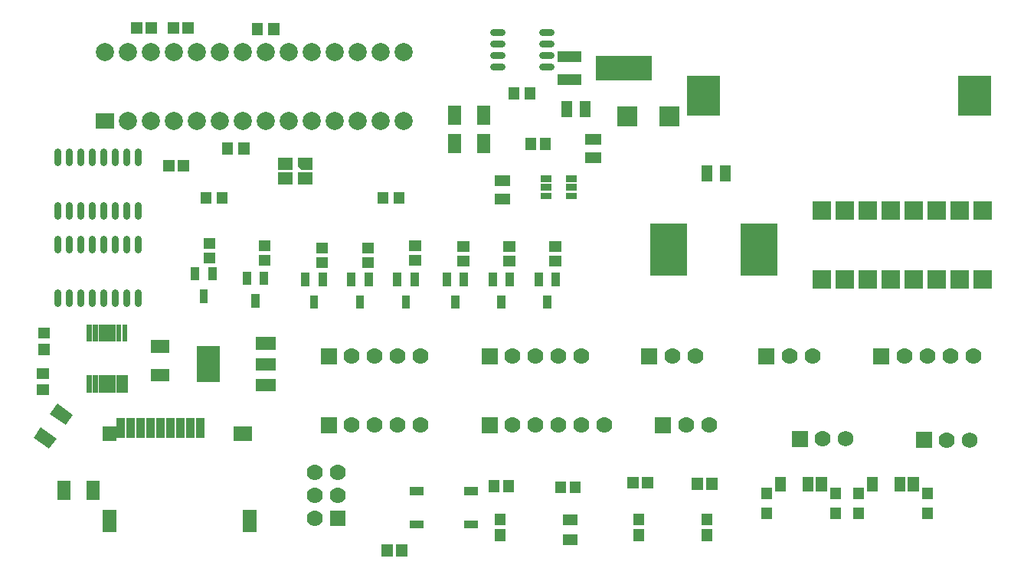
<source format=gts>
G04 Layer: TopSolderMaskLayer*
G04 EasyEDA v6.3.53, 2020-07-07T17:09:39+02:00*
G04 a5cadded52d348ca89a3f83f906f7d41,10*
G04 Gerber Generator version 0.2*
G04 Scale: 100 percent, Rotated: No, Reflected: No *
G04 Dimensions in millimeters *
G04 leading zeros omitted , absolute positions ,3 integer and 3 decimal *
%FSLAX33Y33*%
%MOMM*%
G90*
G71D02*

%ADD54C,0.803199*%
%ADD68C,2.003196*%
%ADD74C,1.778000*%
%ADD75R,1.778000X1.778000*%
%ADD76R,0.603199X1.903197*%
%ADD84C,1.727200*%

%LPD*%
G54D54*
G01X53473Y59944D02*
G01X52553Y59944D01*
G01X53473Y58674D02*
G01X52553Y58674D01*
G01X53473Y57404D02*
G01X52553Y57404D01*
G01X53473Y56134D02*
G01X52553Y56134D01*
G01X58952Y59944D02*
G01X58032Y59944D01*
G01X58952Y58674D02*
G01X58032Y58674D01*
G01X58952Y57404D02*
G01X58032Y57404D01*
G01X58952Y56134D02*
G01X58032Y56134D01*
G01X13335Y35899D02*
G01X13335Y37099D01*
G01X12065Y35899D02*
G01X12065Y37099D01*
G01X10795Y35899D02*
G01X10795Y37099D01*
G01X9525Y35899D02*
G01X9525Y37099D01*
G01X8255Y35899D02*
G01X8255Y37099D01*
G01X6985Y35899D02*
G01X6985Y37099D01*
G01X5715Y35899D02*
G01X5715Y37099D01*
G01X4445Y35899D02*
G01X4445Y37099D01*
G01X13335Y29956D02*
G01X13335Y31156D01*
G01X12065Y29956D02*
G01X12065Y31156D01*
G01X10795Y29956D02*
G01X10795Y31156D01*
G01X9525Y29956D02*
G01X9525Y31156D01*
G01X8255Y29956D02*
G01X8255Y31156D01*
G01X6985Y29956D02*
G01X6985Y31156D01*
G01X5715Y29956D02*
G01X5715Y31156D01*
G01X4445Y29956D02*
G01X4445Y31156D01*
G01X13335Y45551D02*
G01X13335Y46751D01*
G01X12065Y45551D02*
G01X12065Y46751D01*
G01X10795Y45551D02*
G01X10795Y46751D01*
G01X9525Y45551D02*
G01X9525Y46751D01*
G01X8255Y45551D02*
G01X8255Y46751D01*
G01X6985Y45551D02*
G01X6985Y46751D01*
G01X5715Y45551D02*
G01X5715Y46751D01*
G01X4445Y45551D02*
G01X4445Y46751D01*
G01X13335Y39608D02*
G01X13335Y40808D01*
G01X12065Y39608D02*
G01X12065Y40808D01*
G01X10795Y39608D02*
G01X10795Y40808D01*
G01X9525Y39608D02*
G01X9525Y40808D01*
G01X8255Y39608D02*
G01X8255Y40808D01*
G01X6985Y39608D02*
G01X6985Y40808D01*
G01X5715Y39608D02*
G01X5715Y40808D01*
G01X4445Y39608D02*
G01X4445Y40808D01*
G36*
G01X70921Y49570D02*
G01X70921Y51775D01*
G01X73124Y51775D01*
G01X73124Y49570D01*
G01X70921Y49570D01*
G37*
G36*
G01X66321Y49570D02*
G01X66321Y51775D01*
G01X68524Y51775D01*
G01X68524Y49570D01*
G01X66321Y49570D01*
G37*
G36*
G01X9423Y4658D02*
G01X9423Y7147D01*
G01X10896Y7147D01*
G01X10896Y4658D01*
G01X9423Y4658D01*
G37*
G36*
G01X24917Y4658D02*
G01X24917Y7147D01*
G01X26390Y7147D01*
G01X26390Y4658D01*
G01X24917Y4658D01*
G37*
G36*
G01X23901Y14754D02*
G01X23901Y16355D01*
G01X25882Y16355D01*
G01X25882Y14754D01*
G01X23901Y14754D01*
G37*
G36*
G01X9423Y14754D02*
G01X9423Y16355D01*
G01X10896Y16355D01*
G01X10896Y14754D01*
G01X9423Y14754D01*
G37*
G36*
G01X10955Y15092D02*
G01X10955Y17294D01*
G01X11859Y17294D01*
G01X11859Y15092D01*
G01X10955Y15092D01*
G37*
G36*
G01X12059Y15092D02*
G01X12059Y17294D01*
G01X12964Y17294D01*
G01X12964Y15092D01*
G01X12059Y15092D01*
G37*
G36*
G01X13157Y15092D02*
G01X13157Y17294D01*
G01X14061Y17294D01*
G01X14061Y15092D01*
G01X13157Y15092D01*
G37*
G36*
G01X14254Y15092D02*
G01X14254Y17294D01*
G01X15158Y17294D01*
G01X15158Y15092D01*
G01X14254Y15092D01*
G37*
G36*
G01X15351Y15092D02*
G01X15351Y17294D01*
G01X16256Y17294D01*
G01X16256Y15092D01*
G01X15351Y15092D01*
G37*
G36*
G01X16451Y15092D02*
G01X16451Y17294D01*
G01X17355Y17294D01*
G01X17355Y15092D01*
G01X16451Y15092D01*
G37*
G36*
G01X17551Y15092D02*
G01X17551Y17294D01*
G01X18453Y17294D01*
G01X18453Y15092D01*
G01X17551Y15092D01*
G37*
G36*
G01X18646Y15090D02*
G01X18646Y17294D01*
G01X19550Y17294D01*
G01X19550Y15090D01*
G01X18646Y15090D01*
G37*
G36*
G01X19745Y15092D02*
G01X19745Y17294D01*
G01X20650Y17294D01*
G01X20650Y15092D01*
G01X19745Y15092D01*
G37*
G36*
G01X75603Y3708D02*
G01X75603Y5003D01*
G01X76796Y5003D01*
G01X76796Y3708D01*
G01X75603Y3708D01*
G37*
G36*
G01X75603Y5410D02*
G01X75603Y6705D01*
G01X76796Y6705D01*
G01X76796Y5410D01*
G01X75603Y5410D01*
G37*
G36*
G01X52717Y42943D02*
G01X52717Y44147D01*
G01X54470Y44147D01*
G01X54470Y42943D01*
G01X52717Y42943D01*
G37*
G36*
G01X52717Y40942D02*
G01X52717Y42146D01*
G01X54470Y42146D01*
G01X54470Y40942D01*
G01X52717Y40942D01*
G37*
G36*
G01X75613Y43446D02*
G01X75613Y45199D01*
G01X76817Y45199D01*
G01X76817Y43446D01*
G01X75613Y43446D01*
G37*
G36*
G01X77614Y43446D02*
G01X77614Y45199D01*
G01X78818Y45199D01*
G01X78818Y43446D01*
G01X77614Y43446D01*
G37*
G36*
G01X50810Y49748D02*
G01X50810Y51851D01*
G01X52212Y51851D01*
G01X52212Y49748D01*
G01X50810Y49748D01*
G37*
G36*
G01X47609Y49748D02*
G01X47609Y51851D01*
G01X49011Y51851D01*
G01X49011Y49748D01*
G01X47609Y49748D01*
G37*
G36*
G01X47609Y46573D02*
G01X47609Y48676D01*
G01X49011Y48676D01*
G01X49011Y46573D01*
G01X47609Y46573D01*
G37*
G36*
G01X50810Y46573D02*
G01X50810Y48676D01*
G01X52212Y48676D01*
G01X52212Y46573D01*
G01X50810Y46573D01*
G37*
G36*
G01X62120Y50558D02*
G01X62120Y52311D01*
G01X63324Y52311D01*
G01X63324Y50558D01*
G01X62120Y50558D01*
G37*
G36*
G01X60119Y50558D02*
G01X60119Y52311D01*
G01X61323Y52311D01*
G01X61323Y50558D01*
G01X60119Y50558D01*
G37*
G36*
G01X60284Y3251D02*
G01X60284Y4455D01*
G01X61889Y4455D01*
G01X61889Y3251D01*
G01X60284Y3251D01*
G37*
G36*
G01X60284Y5450D02*
G01X60284Y6654D01*
G01X61889Y6654D01*
G01X61889Y5450D01*
G01X60284Y5450D01*
G37*
G36*
G01X68110Y3708D02*
G01X68110Y5003D01*
G01X69303Y5003D01*
G01X69303Y3708D01*
G01X68110Y3708D01*
G37*
G36*
G01X68110Y5410D02*
G01X68110Y6705D01*
G01X69303Y6705D01*
G01X69303Y5410D01*
G01X68110Y5410D01*
G37*
G36*
G01X28831Y43101D02*
G01X28831Y44452D01*
G01X30436Y44452D01*
G01X30436Y43101D01*
G01X28831Y43101D01*
G37*
G36*
G01X31452Y44701D02*
G01X31033Y45140D01*
G01X31033Y46052D01*
G01X32636Y46052D01*
G01X32636Y44701D01*
G01X31452Y44701D01*
G37*
G36*
G01X31033Y43101D02*
G01X31033Y44452D01*
G01X32636Y44452D01*
G01X32636Y43101D01*
G01X31033Y43101D01*
G37*
G36*
G01X28831Y44701D02*
G01X28831Y46052D01*
G01X30436Y46052D01*
G01X30436Y44701D01*
G01X28831Y44701D01*
G37*
G36*
G01X43365Y8765D02*
G01X43365Y9667D01*
G01X44869Y9667D01*
G01X44869Y8765D01*
G01X43365Y8765D01*
G37*
G36*
G01X49364Y8765D02*
G01X49364Y9667D01*
G01X50868Y9667D01*
G01X50868Y8765D01*
G01X49364Y8765D01*
G37*
G36*
G01X43365Y5064D02*
G01X43365Y5966D01*
G01X44869Y5966D01*
G01X44869Y5064D01*
G01X43365Y5064D01*
G37*
G36*
G01X49364Y5064D02*
G01X49364Y5966D01*
G01X50868Y5966D01*
G01X50868Y5064D01*
G01X49364Y5064D01*
G37*
G36*
G01X52743Y3708D02*
G01X52743Y5003D01*
G01X53936Y5003D01*
G01X53936Y3708D01*
G01X52743Y3708D01*
G37*
G36*
G01X52743Y5410D02*
G01X52743Y6705D01*
G01X53936Y6705D01*
G01X53936Y5410D01*
G01X52743Y5410D01*
G37*
G36*
G01X79910Y33088D02*
G01X79910Y38793D01*
G01X83964Y38793D01*
G01X83964Y33088D01*
G01X79910Y33088D01*
G37*
G36*
G01X69959Y33088D02*
G01X69959Y38793D01*
G01X74013Y38793D01*
G01X74013Y33088D01*
G01X69959Y33088D01*
G37*
G36*
G01X62750Y45514D02*
G01X62750Y46718D01*
G01X64503Y46718D01*
G01X64503Y45514D01*
G01X62750Y45514D01*
G37*
G36*
G01X62750Y47515D02*
G01X62750Y48719D01*
G01X64503Y48719D01*
G01X64503Y47515D01*
G01X62750Y47515D01*
G37*
G54D68*
G01X9652Y57785D03*
G01X12192Y57785D03*
G01X14732Y57785D03*
G01X17272Y57785D03*
G01X19812Y57785D03*
G01X22352Y57785D03*
G01X24892Y57785D03*
G01X27432Y57785D03*
G01X29972Y57785D03*
G01X32512Y57785D03*
G01X35052Y57785D03*
G01X37592Y57785D03*
G01X40132Y57785D03*
G01X42672Y57785D03*
G01X42672Y50165D03*
G01X40132Y50165D03*
G01X37592Y50165D03*
G01X35052Y50165D03*
G01X32512Y50165D03*
G01X29972Y50165D03*
G01X27432Y50165D03*
G01X24892Y50165D03*
G01X22352Y50165D03*
G01X19812Y50165D03*
G01X14732Y50165D03*
G01X17272Y50165D03*
G01X12192Y50165D03*
G36*
G01X8651Y49301D02*
G01X8651Y51028D01*
G01X10652Y51028D01*
G01X10652Y49301D01*
G01X8651Y49301D01*
G37*
G36*
G01X14696Y21320D02*
G01X14696Y22722D01*
G01X16799Y22722D01*
G01X16799Y21320D01*
G01X14696Y21320D01*
G37*
G36*
G01X14696Y24521D02*
G01X14696Y25923D01*
G01X16799Y25923D01*
G01X16799Y24521D01*
G01X14696Y24521D01*
G37*
G36*
G01X7630Y8219D02*
G01X7630Y10322D01*
G01X9032Y10322D01*
G01X9032Y8219D01*
G01X7630Y8219D01*
G37*
G36*
G01X4429Y8219D02*
G01X4429Y10322D01*
G01X5831Y10322D01*
G01X5831Y8219D01*
G01X4429Y8219D01*
G37*
G36*
G01X5313Y16515D02*
G01X3591Y17721D01*
G01X4396Y18872D01*
G01X6118Y17665D01*
G01X5313Y16515D01*
G37*
G36*
G01X3477Y13893D02*
G01X1755Y15100D01*
G01X2560Y16250D01*
G01X4282Y15044D01*
G01X3477Y13893D01*
G37*
G36*
G01X26786Y32019D02*
G01X26786Y33472D01*
G01X27691Y33472D01*
G01X27691Y32019D01*
G01X26786Y32019D01*
G37*
G36*
G01X24886Y32019D02*
G01X24886Y33472D01*
G01X25791Y33472D01*
G01X25791Y32019D01*
G01X24886Y32019D01*
G37*
G36*
G01X25836Y29519D02*
G01X25836Y30972D01*
G01X26741Y30972D01*
G01X26741Y29519D01*
G01X25836Y29519D01*
G37*
G36*
G01X33263Y31892D02*
G01X33263Y33345D01*
G01X34168Y33345D01*
G01X34168Y31892D01*
G01X33263Y31892D01*
G37*
G36*
G01X31363Y31892D02*
G01X31363Y33345D01*
G01X32268Y33345D01*
G01X32268Y31892D01*
G01X31363Y31892D01*
G37*
G36*
G01X32313Y29392D02*
G01X32313Y30845D01*
G01X33218Y30845D01*
G01X33218Y29392D01*
G01X32313Y29392D01*
G37*
G36*
G01X38343Y31892D02*
G01X38343Y33345D01*
G01X39248Y33345D01*
G01X39248Y31892D01*
G01X38343Y31892D01*
G37*
G36*
G01X36443Y31892D02*
G01X36443Y33345D01*
G01X37348Y33345D01*
G01X37348Y31892D01*
G01X36443Y31892D01*
G37*
G36*
G01X37393Y29392D02*
G01X37393Y30845D01*
G01X38298Y30845D01*
G01X38298Y29392D01*
G01X37393Y29392D01*
G37*
G36*
G01X43423Y31892D02*
G01X43423Y33345D01*
G01X44328Y33345D01*
G01X44328Y31892D01*
G01X43423Y31892D01*
G37*
G36*
G01X41523Y31892D02*
G01X41523Y33345D01*
G01X42428Y33345D01*
G01X42428Y31892D01*
G01X41523Y31892D01*
G37*
G36*
G01X42473Y29392D02*
G01X42473Y30845D01*
G01X43378Y30845D01*
G01X43378Y29392D01*
G01X42473Y29392D01*
G37*
G36*
G01X48884Y31892D02*
G01X48884Y33345D01*
G01X49789Y33345D01*
G01X49789Y31892D01*
G01X48884Y31892D01*
G37*
G36*
G01X46984Y31892D02*
G01X46984Y33345D01*
G01X47889Y33345D01*
G01X47889Y31892D01*
G01X46984Y31892D01*
G37*
G36*
G01X47934Y29392D02*
G01X47934Y30845D01*
G01X48839Y30845D01*
G01X48839Y29392D01*
G01X47934Y29392D01*
G37*
G36*
G01X53964Y31892D02*
G01X53964Y33345D01*
G01X54869Y33345D01*
G01X54869Y31892D01*
G01X53964Y31892D01*
G37*
G36*
G01X52064Y31892D02*
G01X52064Y33345D01*
G01X52969Y33345D01*
G01X52969Y31892D01*
G01X52064Y31892D01*
G37*
G36*
G01X53014Y29392D02*
G01X53014Y30845D01*
G01X53919Y30845D01*
G01X53919Y29392D01*
G01X53014Y29392D01*
G37*
G36*
G01X59044Y31892D02*
G01X59044Y33345D01*
G01X59949Y33345D01*
G01X59949Y31892D01*
G01X59044Y31892D01*
G37*
G36*
G01X57144Y31892D02*
G01X57144Y33345D01*
G01X58049Y33345D01*
G01X58049Y31892D01*
G01X57144Y31892D01*
G37*
G36*
G01X58094Y29392D02*
G01X58094Y30845D01*
G01X58999Y30845D01*
G01X58999Y29392D01*
G01X58094Y29392D01*
G37*
G36*
G01X21071Y32527D02*
G01X21071Y33980D01*
G01X21976Y33980D01*
G01X21976Y32527D01*
G01X21071Y32527D01*
G37*
G36*
G01X19171Y32527D02*
G01X19171Y33980D01*
G01X20076Y33980D01*
G01X20076Y32527D01*
G01X19171Y32527D01*
G37*
G36*
G01X20121Y30027D02*
G01X20121Y31480D01*
G01X21026Y31480D01*
G01X21026Y30027D01*
G01X20121Y30027D01*
G37*
G36*
G01X20215Y41003D02*
G01X20215Y42308D01*
G01X21419Y42308D01*
G01X21419Y41003D01*
G01X20215Y41003D01*
G37*
G36*
G01X22016Y41003D02*
G01X22016Y42308D01*
G01X23218Y42308D01*
G01X23218Y41003D01*
G01X22016Y41003D01*
G37*
G36*
G01X41572Y41003D02*
G01X41572Y42308D01*
G01X42776Y42308D01*
G01X42776Y41003D01*
G01X41572Y41003D01*
G37*
G36*
G01X39773Y41003D02*
G01X39773Y42308D01*
G01X40975Y42308D01*
G01X40975Y41003D01*
G01X39773Y41003D01*
G37*
G36*
G01X33002Y33903D02*
G01X33002Y35107D01*
G01X34307Y35107D01*
G01X34307Y33903D01*
G01X33002Y33903D01*
G37*
G36*
G01X33002Y35504D02*
G01X33002Y36708D01*
G01X34307Y36708D01*
G01X34307Y35504D01*
G01X33002Y35504D01*
G37*
G36*
G01X26652Y35758D02*
G01X26652Y36962D01*
G01X27957Y36962D01*
G01X27957Y35758D01*
G01X26652Y35758D01*
G37*
G36*
G01X26652Y34157D02*
G01X26652Y35361D01*
G01X27957Y35361D01*
G01X27957Y34157D01*
G01X26652Y34157D01*
G37*
G36*
G01X38082Y33903D02*
G01X38082Y35107D01*
G01X39387Y35107D01*
G01X39387Y33903D01*
G01X38082Y33903D01*
G37*
G36*
G01X38082Y35504D02*
G01X38082Y36708D01*
G01X39387Y36708D01*
G01X39387Y35504D01*
G01X38082Y35504D01*
G37*
G36*
G01X43289Y34157D02*
G01X43289Y35361D01*
G01X44594Y35361D01*
G01X44594Y34157D01*
G01X43289Y34157D01*
G37*
G36*
G01X43289Y35758D02*
G01X43289Y36962D01*
G01X44594Y36962D01*
G01X44594Y35758D01*
G01X43289Y35758D01*
G37*
G36*
G01X48623Y34030D02*
G01X48623Y35234D01*
G01X49928Y35234D01*
G01X49928Y34030D01*
G01X48623Y34030D01*
G37*
G36*
G01X48623Y35631D02*
G01X48623Y36835D01*
G01X49928Y36835D01*
G01X49928Y35631D01*
G01X48623Y35631D01*
G37*
G36*
G01X53703Y34030D02*
G01X53703Y35234D01*
G01X55008Y35234D01*
G01X55008Y34030D01*
G01X53703Y34030D01*
G37*
G36*
G01X53703Y35631D02*
G01X53703Y36835D01*
G01X55008Y36835D01*
G01X55008Y35631D01*
G01X53703Y35631D01*
G37*
G36*
G01X58783Y34030D02*
G01X58783Y35234D01*
G01X60088Y35234D01*
G01X60088Y34030D01*
G01X58783Y34030D01*
G37*
G36*
G01X58783Y35631D02*
G01X58783Y36835D01*
G01X60088Y36835D01*
G01X60088Y35631D01*
G01X58783Y35631D01*
G37*
G36*
G01X20556Y34411D02*
G01X20556Y35615D01*
G01X21861Y35615D01*
G01X21861Y34411D01*
G01X20556Y34411D01*
G37*
G36*
G01X20556Y36012D02*
G01X20556Y37216D01*
G01X21861Y37216D01*
G01X21861Y36012D01*
G01X20556Y36012D01*
G37*
G36*
G01X53665Y9126D02*
G01X53665Y10431D01*
G01X54869Y10431D01*
G01X54869Y9126D01*
G01X53665Y9126D01*
G37*
G36*
G01X52064Y9126D02*
G01X52064Y10431D01*
G01X53268Y10431D01*
G01X53268Y9126D01*
G01X52064Y9126D01*
G37*
G36*
G01X61031Y8999D02*
G01X61031Y10304D01*
G01X62235Y10304D01*
G01X62235Y8999D01*
G01X61031Y8999D01*
G37*
G36*
G01X59430Y8999D02*
G01X59430Y10304D01*
G01X60634Y10304D01*
G01X60634Y8999D01*
G01X59430Y8999D01*
G37*
G36*
G01X69032Y9507D02*
G01X69032Y10812D01*
G01X70236Y10812D01*
G01X70236Y9507D01*
G01X69032Y9507D01*
G37*
G36*
G01X67431Y9507D02*
G01X67431Y10812D01*
G01X68635Y10812D01*
G01X68635Y9507D01*
G01X67431Y9507D01*
G37*
G36*
G01X76144Y9380D02*
G01X76144Y10685D01*
G01X77348Y10685D01*
G01X77348Y9380D01*
G01X76144Y9380D01*
G37*
G36*
G01X74543Y9380D02*
G01X74543Y10685D01*
G01X75747Y10685D01*
G01X75747Y9380D01*
G01X74543Y9380D01*
G37*
G54D74*
G01X32893Y11303D03*
G01X35433Y11303D03*
G01X32893Y8763D03*
G01X35433Y8763D03*
G01X32893Y6223D03*
G54D75*
G01X35433Y6223D03*
G36*
G01X7655Y20124D02*
G01X7655Y22026D01*
G01X8257Y22026D01*
G01X8257Y20124D01*
G01X7655Y20124D01*
G37*
G36*
G01X8303Y20124D02*
G01X8303Y22026D01*
G01X8907Y22026D01*
G01X8907Y20124D01*
G01X8303Y20124D01*
G37*
G36*
G01X8953Y20124D02*
G01X8953Y22026D01*
G01X9558Y22026D01*
G01X9558Y20124D01*
G01X8953Y20124D01*
G37*
G36*
G01X9603Y20124D02*
G01X9603Y22026D01*
G01X10208Y22026D01*
G01X10208Y20124D01*
G01X9603Y20124D01*
G37*
G36*
G01X10253Y20124D02*
G01X10253Y22026D01*
G01X10858Y22026D01*
G01X10858Y20124D01*
G01X10253Y20124D01*
G37*
G36*
G01X10904Y20124D02*
G01X10904Y22026D01*
G01X11508Y22026D01*
G01X11508Y20124D01*
G01X10904Y20124D01*
G37*
G36*
G01X11554Y20124D02*
G01X11554Y22026D01*
G01X12156Y22026D01*
G01X12156Y20124D01*
G01X11554Y20124D01*
G37*
G54D76*
G01X11855Y26676D03*
G01X11205Y26676D03*
G36*
G01X10253Y25725D02*
G01X10253Y27627D01*
G01X10858Y27627D01*
G01X10858Y25725D01*
G01X10253Y25725D01*
G37*
G36*
G01X9603Y25725D02*
G01X9603Y27627D01*
G01X10208Y27627D01*
G01X10208Y25725D01*
G01X9603Y25725D01*
G37*
G36*
G01X8953Y25725D02*
G01X8953Y27627D01*
G01X9558Y27627D01*
G01X9558Y25725D01*
G01X8953Y25725D01*
G37*
G36*
G01X8303Y25725D02*
G01X8303Y27627D01*
G01X8907Y27627D01*
G01X8907Y25725D01*
G01X8303Y25725D01*
G37*
G36*
G01X7655Y25725D02*
G01X7655Y27627D01*
G01X8257Y27627D01*
G01X8257Y25725D01*
G01X7655Y25725D01*
G37*
G36*
G01X73964Y50756D02*
G01X73964Y55161D01*
G01X77668Y55161D01*
G01X77668Y50756D01*
G01X73964Y50756D01*
G37*
G36*
G01X103941Y50756D02*
G01X103941Y55161D01*
G01X107645Y55161D01*
G01X107645Y50756D01*
G01X103941Y50756D01*
G37*
G36*
G01X27729Y59672D02*
G01X27729Y60977D01*
G01X28933Y60977D01*
G01X28933Y59672D01*
G01X27729Y59672D01*
G37*
G36*
G01X25930Y59672D02*
G01X25930Y60977D01*
G01X27132Y60977D01*
G01X27132Y59672D01*
G01X25930Y59672D01*
G37*
G36*
G01X24427Y46464D02*
G01X24427Y47769D01*
G01X25631Y47769D01*
G01X25631Y46464D01*
G01X24427Y46464D01*
G37*
G36*
G01X22628Y46464D02*
G01X22628Y47769D01*
G01X23830Y47769D01*
G01X23830Y46464D01*
G01X22628Y46464D01*
G37*
G36*
G01X54251Y52560D02*
G01X54251Y53865D01*
G01X55455Y53865D01*
G01X55455Y52560D01*
G01X54251Y52560D01*
G37*
G36*
G01X56052Y52560D02*
G01X56052Y53865D01*
G01X57254Y53865D01*
G01X57254Y52560D01*
G01X56052Y52560D01*
G37*
G54D74*
G01X64897Y16510D03*
G01X62357Y16510D03*
G01X59817Y16510D03*
G01X57277Y16510D03*
G01X54737Y16510D03*
G36*
G01X51308Y15621D02*
G01X51308Y17399D01*
G01X53086Y17399D01*
G01X53086Y15621D01*
G01X51308Y15621D01*
G37*
G36*
G01X60614Y43373D02*
G01X60614Y44124D01*
G01X61818Y44124D01*
G01X61818Y43373D01*
G01X60614Y43373D01*
G37*
G36*
G01X60614Y42423D02*
G01X60614Y43174D01*
G01X61818Y43174D01*
G01X61818Y42423D01*
G01X60614Y42423D01*
G37*
G36*
G01X60614Y41473D02*
G01X60614Y42224D01*
G01X61818Y42224D01*
G01X61818Y41473D01*
G01X60614Y41473D01*
G37*
G36*
G01X57815Y41473D02*
G01X57815Y42224D01*
G01X59019Y42224D01*
G01X59019Y41473D01*
G01X57815Y41473D01*
G37*
G36*
G01X57815Y42423D02*
G01X57815Y43174D01*
G01X59019Y43174D01*
G01X59019Y42423D01*
G01X57815Y42423D01*
G37*
G36*
G01X57815Y43373D02*
G01X57815Y44124D01*
G01X59019Y44124D01*
G01X59019Y43373D01*
G01X57815Y43373D01*
G37*
G36*
G01X82212Y6154D02*
G01X82212Y7358D01*
G01X83416Y7358D01*
G01X83416Y6154D01*
G01X82212Y6154D01*
G37*
G36*
G01X89811Y6154D02*
G01X89811Y7358D01*
G01X91015Y7358D01*
G01X91015Y6154D01*
G01X89811Y6154D01*
G37*
G36*
G01X82212Y8356D02*
G01X82212Y9558D01*
G01X83416Y9558D01*
G01X83416Y8356D01*
G01X82212Y8356D01*
G37*
G36*
G01X89811Y8356D02*
G01X89811Y9558D01*
G01X91015Y9558D01*
G01X91015Y8356D01*
G01X89811Y8356D01*
G37*
G36*
G01X83761Y9204D02*
G01X83761Y10807D01*
G01X84965Y10807D01*
G01X84965Y9204D01*
G01X83761Y9204D01*
G37*
G36*
G01X86761Y9204D02*
G01X86761Y10807D01*
G01X87965Y10807D01*
G01X87965Y9204D01*
G01X86761Y9204D01*
G37*
G36*
G01X88262Y9204D02*
G01X88262Y10807D01*
G01X89466Y10807D01*
G01X89466Y9204D01*
G01X88262Y9204D01*
G37*
G36*
G01X92372Y6154D02*
G01X92372Y7358D01*
G01X93576Y7358D01*
G01X93576Y6154D01*
G01X92372Y6154D01*
G37*
G36*
G01X99971Y6154D02*
G01X99971Y7358D01*
G01X101175Y7358D01*
G01X101175Y6154D01*
G01X99971Y6154D01*
G37*
G36*
G01X92372Y8356D02*
G01X92372Y9558D01*
G01X93576Y9558D01*
G01X93576Y8356D01*
G01X92372Y8356D01*
G37*
G36*
G01X99971Y8356D02*
G01X99971Y9558D01*
G01X101175Y9558D01*
G01X101175Y8356D01*
G01X99971Y8356D01*
G37*
G36*
G01X93921Y9204D02*
G01X93921Y10807D01*
G01X95125Y10807D01*
G01X95125Y9204D01*
G01X93921Y9204D01*
G37*
G36*
G01X96921Y9204D02*
G01X96921Y10807D01*
G01X98125Y10807D01*
G01X98125Y9204D01*
G01X96921Y9204D01*
G37*
G36*
G01X98422Y9204D02*
G01X98422Y10807D01*
G01X99626Y10807D01*
G01X99626Y9204D01*
G01X98422Y9204D01*
G37*
G36*
G01X12567Y59799D02*
G01X12567Y61104D01*
G01X13771Y61104D01*
G01X13771Y59799D01*
G01X12567Y59799D01*
G37*
G36*
G01X14168Y59799D02*
G01X14168Y61104D01*
G01X15372Y61104D01*
G01X15372Y59799D01*
G01X14168Y59799D01*
G37*
G36*
G01X18232Y59799D02*
G01X18232Y61104D01*
G01X19436Y61104D01*
G01X19436Y59799D01*
G01X18232Y59799D01*
G37*
G36*
G01X16631Y59799D02*
G01X16631Y61104D01*
G01X17835Y61104D01*
G01X17835Y59799D01*
G01X16631Y59799D01*
G37*
G36*
G01X16123Y44559D02*
G01X16123Y45864D01*
G01X17327Y45864D01*
G01X17327Y44559D01*
G01X16123Y44559D01*
G37*
G36*
G01X17724Y44559D02*
G01X17724Y45864D01*
G01X18928Y45864D01*
G01X18928Y44559D01*
G01X17724Y44559D01*
G37*
G36*
G01X41854Y2014D02*
G01X41854Y3319D01*
G01X43058Y3319D01*
G01X43058Y2014D01*
G01X41854Y2014D01*
G37*
G36*
G01X40253Y2014D02*
G01X40253Y3319D01*
G01X41457Y3319D01*
G01X41457Y2014D01*
G01X40253Y2014D01*
G37*
G36*
G01X57729Y46972D02*
G01X57729Y48277D01*
G01X58933Y48277D01*
G01X58933Y46972D01*
G01X57729Y46972D01*
G37*
G36*
G01X56128Y46972D02*
G01X56128Y48277D01*
G01X57332Y48277D01*
G01X57332Y46972D01*
G01X56128Y46972D01*
G37*
G36*
G01X87899Y31638D02*
G01X87899Y33639D01*
G01X89900Y33639D01*
G01X89900Y31638D01*
G01X87899Y31638D01*
G37*
G36*
G01X90439Y31638D02*
G01X90439Y33639D01*
G01X92440Y33639D01*
G01X92440Y31638D01*
G01X90439Y31638D01*
G37*
G36*
G01X98059Y31638D02*
G01X98059Y33639D01*
G01X100060Y33639D01*
G01X100060Y31638D01*
G01X98059Y31638D01*
G37*
G36*
G01X100599Y31638D02*
G01X100599Y33639D01*
G01X102600Y33639D01*
G01X102600Y31638D01*
G01X100599Y31638D01*
G37*
G36*
G01X92979Y31638D02*
G01X92979Y33639D01*
G01X94980Y33639D01*
G01X94980Y31638D01*
G01X92979Y31638D01*
G37*
G36*
G01X95519Y31638D02*
G01X95519Y33639D01*
G01X97520Y33639D01*
G01X97520Y31638D01*
G01X95519Y31638D01*
G37*
G36*
G01X103139Y31638D02*
G01X103139Y33639D01*
G01X105140Y33639D01*
G01X105140Y31638D01*
G01X103139Y31638D01*
G37*
G36*
G01X105679Y31638D02*
G01X105679Y33639D01*
G01X107680Y33639D01*
G01X107680Y31638D01*
G01X105679Y31638D01*
G37*
G36*
G01X105679Y39258D02*
G01X105679Y41259D01*
G01X107680Y41259D01*
G01X107680Y39258D01*
G01X105679Y39258D01*
G37*
G36*
G01X103139Y39258D02*
G01X103139Y41259D01*
G01X105140Y41259D01*
G01X105140Y39258D01*
G01X103139Y39258D01*
G37*
G36*
G01X100599Y39258D02*
G01X100599Y41259D01*
G01X102600Y41259D01*
G01X102600Y39258D01*
G01X100599Y39258D01*
G37*
G36*
G01X98059Y39258D02*
G01X98059Y41259D01*
G01X100060Y41259D01*
G01X100060Y39258D01*
G01X98059Y39258D01*
G37*
G36*
G01X95519Y39258D02*
G01X95519Y41259D01*
G01X97520Y41259D01*
G01X97520Y39258D01*
G01X95519Y39258D01*
G37*
G36*
G01X92979Y39258D02*
G01X92979Y41259D01*
G01X94980Y41259D01*
G01X94980Y39258D01*
G01X92979Y39258D01*
G37*
G36*
G01X90439Y39258D02*
G01X90439Y41259D01*
G01X92440Y41259D01*
G01X92440Y39258D01*
G01X90439Y39258D01*
G37*
G36*
G01X87899Y39258D02*
G01X87899Y41259D01*
G01X89900Y41259D01*
G01X89900Y39258D01*
G01X87899Y39258D01*
G37*
G01X87884Y24130D03*
G01X85344Y24130D03*
G36*
G01X81915Y23241D02*
G01X81915Y25019D01*
G01X83693Y25019D01*
G01X83693Y23241D01*
G01X81915Y23241D01*
G37*
G01X74930Y24130D03*
G01X72390Y24130D03*
G36*
G01X68961Y23241D02*
G01X68961Y25019D01*
G01X70739Y25019D01*
G01X70739Y23241D01*
G01X68961Y23241D01*
G37*
G01X76454Y16510D03*
G01X73914Y16510D03*
G36*
G01X70485Y15621D02*
G01X70485Y17399D01*
G01X72263Y17399D01*
G01X72263Y15621D01*
G01X70485Y15621D01*
G37*
G01X105664Y24130D03*
G01X103124Y24130D03*
G01X100584Y24130D03*
G01X98044Y24130D03*
G36*
G01X94615Y23241D02*
G01X94615Y25019D01*
G01X96393Y25019D01*
G01X96393Y23241D01*
G01X94615Y23241D01*
G37*
G01X62357Y24130D03*
G01X59817Y24130D03*
G01X57277Y24130D03*
G01X54737Y24130D03*
G36*
G01X51308Y23241D02*
G01X51308Y25019D01*
G01X53086Y25019D01*
G01X53086Y23241D01*
G01X51308Y23241D01*
G37*
G01X44577Y16510D03*
G01X42037Y16510D03*
G01X39497Y16510D03*
G01X36957Y16510D03*
G36*
G01X33528Y15621D02*
G01X33528Y17399D01*
G01X35306Y17399D01*
G01X35306Y15621D01*
G01X33528Y15621D01*
G37*
G01X44577Y24130D03*
G01X42037Y24130D03*
G01X39497Y24130D03*
G01X36957Y24130D03*
G36*
G01X33528Y23241D02*
G01X33528Y25019D01*
G01X35306Y25019D01*
G01X35306Y23241D01*
G01X33528Y23241D01*
G37*
G36*
G01X59656Y56675D02*
G01X59656Y57878D01*
G01X62359Y57878D01*
G01X62359Y56675D01*
G01X59656Y56675D01*
G37*
G36*
G01X59656Y54135D02*
G01X59656Y55338D01*
G01X62359Y55338D01*
G01X62359Y54135D01*
G01X59656Y54135D01*
G37*
G36*
G01X63906Y54655D02*
G01X63906Y57358D01*
G01X70109Y57358D01*
G01X70109Y54655D01*
G01X63906Y54655D01*
G37*
G36*
G01X99314Y13970D02*
G01X99314Y15748D01*
G01X101092Y15748D01*
G01X101092Y13970D01*
G01X99314Y13970D01*
G37*
G01X102743Y14859D03*
G54D84*
G01X105283Y14859D03*
G36*
G01X85598Y14097D02*
G01X85598Y15875D01*
G01X87376Y15875D01*
G01X87376Y14097D01*
G01X85598Y14097D01*
G37*
G54D74*
G01X89027Y14986D03*
G54D84*
G01X91567Y14986D03*
G36*
G01X19829Y21239D02*
G01X19829Y25242D01*
G01X22334Y25242D01*
G01X22334Y21239D01*
G01X19829Y21239D01*
G37*
G36*
G01X26329Y22539D02*
G01X26329Y23942D01*
G01X28534Y23942D01*
G01X28534Y22539D01*
G01X26329Y22539D01*
G37*
G36*
G01X26329Y24838D02*
G01X26329Y26243D01*
G01X28534Y26243D01*
G01X28534Y24838D01*
G01X26329Y24838D01*
G37*
G36*
G01X26329Y20238D02*
G01X26329Y21643D01*
G01X28534Y21643D01*
G01X28534Y20238D01*
G01X26329Y20238D01*
G37*
G36*
G01X2141Y19834D02*
G01X2141Y21038D01*
G01X3446Y21038D01*
G01X3446Y19834D01*
G01X2141Y19834D01*
G37*
G36*
G01X2141Y21635D02*
G01X2141Y22837D01*
G01X3446Y22837D01*
G01X3446Y21635D01*
G01X2141Y21635D01*
G37*
G36*
G01X2268Y24279D02*
G01X2268Y25483D01*
G01X3573Y25483D01*
G01X3573Y24279D01*
G01X2268Y24279D01*
G37*
G36*
G01X2268Y26080D02*
G01X2268Y27282D01*
G01X3573Y27282D01*
G01X3573Y26080D01*
G01X2268Y26080D01*
G37*
M00*
M02*

</source>
